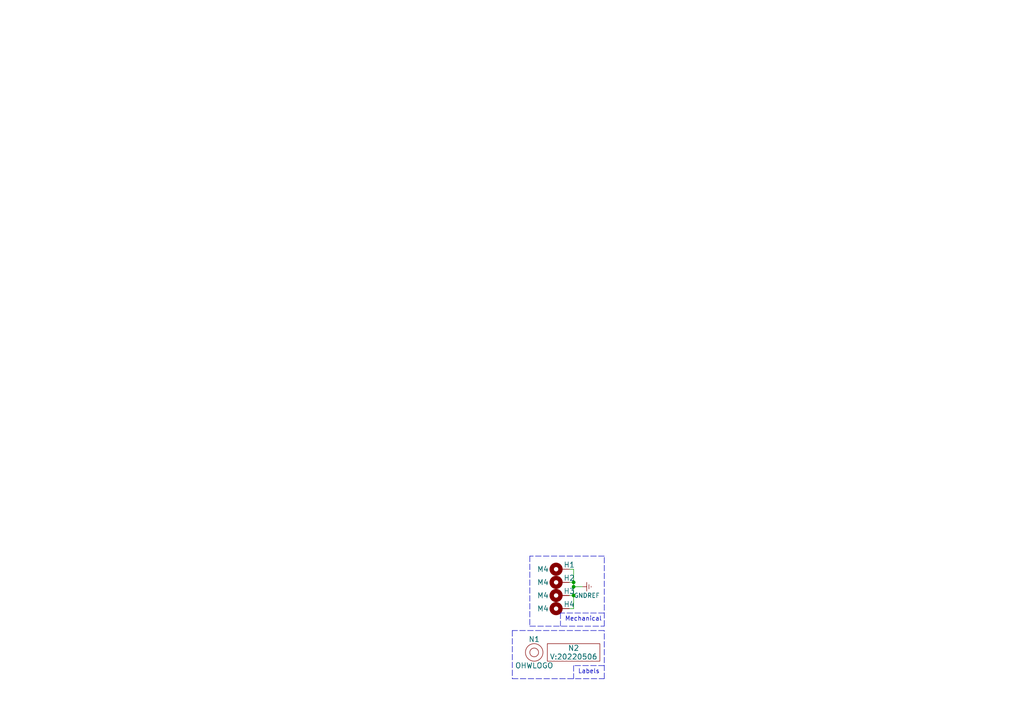
<source format=kicad_sch>
(kicad_sch (version 20211123) (generator eeschema)
  (paper "A4")
  (lib_symbols
    (symbol "Mechanical:MountingHole_Pad" (pin_numbers hide) (pin_names (offset 1.016) hide)
      (property "Reference" "H" (at 0 6.35 0))
      (property "Value" "MountingHole_Pad" (at 0 4.445 0))
      (symbol "MountingHole_Pad_0_1"
        (circle (center 0 1.27) (radius 1.27) (stroke (width 1.27)))
      )
      (symbol "MountingHole_Pad_1_1"
        (pin input line (at 0 -2.54 90) (length 2.54) (name "1") (number "1"))
      )
    )
    (symbol "SquantorLabels:OHWLOGO" (pin_names (offset 1.016))
      (property "Reference" "N" (at 0 3.81 0))
      (property "Value" "OHWLOGO" (at 0 -3.81 0))
      (symbol "OHWLOGO_0_1"
        (circle (center 0 0) (radius 1.27))
        (circle (center 0 0) (radius 2.54))
      )
    )
    (symbol "SquantorLabels:VYYYYMMDD" (pin_names (offset 1.016))
      (property "Reference" "N" (at 0 2.54 0))
      (property "Value" "VYYYYMMDD" (at 0 0 0))
      (symbol "VYYYYMMDD_0_1"
        (rectangle (start 7.62 -1.27) (end -7.62 3.81))
      )
    )
    (symbol "power:GNDREF" (power) (pin_names (offset 0))
      (property "Value" "GNDREF" (at 0 -3.81 0))
      (symbol "GNDREF_0_1"
        (polyline (pts (xy -0.635 -1.905) (xy 0.635 -1.905)))
        (polyline (pts (xy -0.127 -2.54) (xy 0.127 -2.54)))
        (polyline (pts (xy 0 -1.27) (xy 0 0)))
        (polyline (pts (xy 1.27 -1.27) (xy -1.27 -1.27)))
      )
      (symbol "GNDREF_1_1"
        (pin power_in line (at 0 0 270) (length 0) hide (name "GNDREF") (number "1"))
      )
    )
  )
  (junction (at 166.37 170.18))
  (junction (at 166.37 168.91))
  (junction (at 166.37 172.72))
  (polyline (pts (xy 175.26 182.88) (xy 148.59 182.88)))
  (wire (pts (xy 166.37 165.1) (xy 165.1 165.1)))
  (polyline (pts (xy 175.26 161.29) (xy 153.67 161.29)))
  (polyline (pts (xy 148.59 182.88) (xy 148.59 196.85)))
  (wire (pts (xy 166.37 172.72) (xy 166.37 176.53)))
  (polyline (pts (xy 175.26 193.04) (xy 166.37 193.04)))
  (wire (pts (xy 166.37 168.91) (xy 166.37 170.18)))
  (polyline (pts (xy 166.37 193.04) (xy 166.37 196.85)))
  (wire (pts (xy 165.1 172.72) (xy 166.37 172.72)))
  (wire (pts (xy 166.37 165.1) (xy 166.37 168.91)))
  (polyline (pts (xy 153.67 161.29) (xy 153.67 181.61)))
  (polyline (pts (xy 175.26 196.85) (xy 175.26 182.88)))
  (wire (pts (xy 166.37 170.18) (xy 166.37 172.72)))
  (wire (pts (xy 166.37 170.18) (xy 168.91 170.18)))
  (polyline (pts (xy 162.56 177.8) (xy 162.56 181.61)))
  (polyline (pts (xy 175.26 177.8) (xy 162.56 177.8)))
  (polyline (pts (xy 148.59 196.85) (xy 175.26 196.85)))
  (polyline (pts (xy 175.26 181.61) (xy 175.26 161.29)))
  (wire (pts (xy 165.1 168.91) (xy 166.37 168.91)))
  (polyline (pts (xy 153.67 181.61) (xy 175.26 181.61)))
  (wire (pts (xy 166.37 176.53) (xy 165.1 176.53)))
  (text "Mechanical" (at 163.83 180.34 0) (effects (font (size 1.27 1.27)) (justify left bottom)))
  (text "Labels" (at 167.64 195.58 0) (effects (font (size 1.27 1.27)) (justify left bottom)))
  (symbol (lib_id "SquantorLabels:VYYYYMMDD") (at 166.37 190.5 0) (unit 1)
    (property "Reference" "N2" (at 166.37 187.96 0) (effects (font (size 1.524 1.524))))
    (property "Value" "V:20220506" (at 166.37 190.5 0) (effects (font (size 1.524 1.524))))
    (property "Footprint" "SquantorLabels:Label_version" (effects hide))
  )
  (symbol (lib_id "SquantorLabels:OHWLOGO") (at 154.94 189.23 0) (unit 1)
    (property "Reference" "N1" (at 154.94 185.42 0) (effects (font (size 1.524 1.524))))
    (property "Value" "OHWLOGO" (at 154.94 193.04 0) (effects (font (size 1.524 1.524))))
    (property "Footprint" "Symbols:OSHW-Symbol_6.7x6mm_SilkScreen" (effects hide))
  )
  (symbol (lib_id "Mechanical:MountingHole_Pad") (at 162.56 176.53 90) (unit 1)
    (property "Reference" "H4" (at 165.1 175.26 90) (effects (font (size 1.524 1.524))))
    (property "Value" "M4" (at 157.48 176.53 90) (effects (font (size 1.524 1.524))))
    (property "Footprint" "MountingHole:MountingHole_4.3mm_M4_Pad_Via" (effects hide))
  )
  (symbol (lib_id "Mechanical:MountingHole_Pad") (at 162.56 172.72 90) (unit 1)
    (property "Reference" "H3" (at 165.1 171.45 90) (effects (font (size 1.524 1.524))))
    (property "Value" "M4" (at 157.48 172.72 90) (effects (font (size 1.524 1.524))))
    (property "Footprint" "MountingHole:MountingHole_4.3mm_M4_Pad_Via" (effects hide))
  )
  (symbol (lib_id "Mechanical:MountingHole_Pad") (at 162.56 168.91 90) (unit 1)
    (property "Reference" "H2" (at 165.1 167.64 90) (effects (font (size 1.524 1.524))))
    (property "Value" "M4" (at 157.48 168.91 90) (effects (font (size 1.524 1.524))))
    (property "Footprint" "MountingHole:MountingHole_4.3mm_M4_Pad_Via" (effects hide))
  )
  (symbol (lib_id "Mechanical:MountingHole_Pad") (at 162.56 165.1 90) (unit 1)
    (property "Reference" "H1" (at 165.1 163.83 90) (effects (font (size 1.524 1.524))))
    (property "Value" "M4" (at 157.48 165.1 90) (effects (font (size 1.524 1.524))))
    (property "Footprint" "MountingHole:MountingHole_4.3mm_M4_Pad_Via" (effects hide))
  )
  (symbol (lib_id "power:GNDREF") (at 168.91 170.18 90) (unit 1)
    (property "Reference" "#PWR01" (effects hide))
    (property "Value" "GNDREF" (at 170.18 172.72 90))
  )
)
</source>
